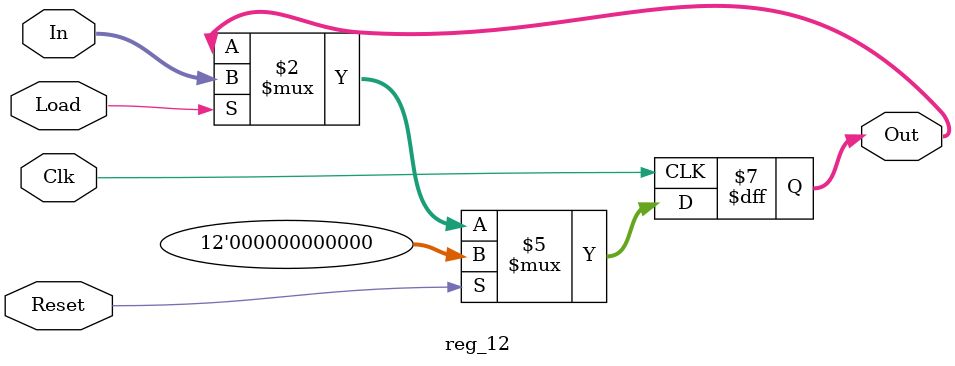
<source format=sv>
module reg_16 ( input  logic Clk, Reset, Load,
                input  logic [15:0]  In,
                output logic [15:0]  Out);
    always_ff @ (posedge Clk)
    begin
        if (Reset)
            Out <= 16'h0;
        else if (Load)
            Out <= In;
    end
endmodule

module reg_1 (  input  logic Clk, Reset, Load,
                input  logic In,
                output logic Out);
    always_ff @ (posedge Clk)
    begin
        if (Reset)
            Out <= 1'b0;
        else if (Load)
            Out <= In;
    end
endmodule

module reg_12 (  input  logic Clk, Reset, Load,
                input  logic [11:0] In,
                output logic [11:0] Out);
    always_ff @ (posedge Clk)
    begin
        if (Reset)
            Out <= 11'b0;
        else if (Load)
            Out <= In;
    end
endmodule
</source>
